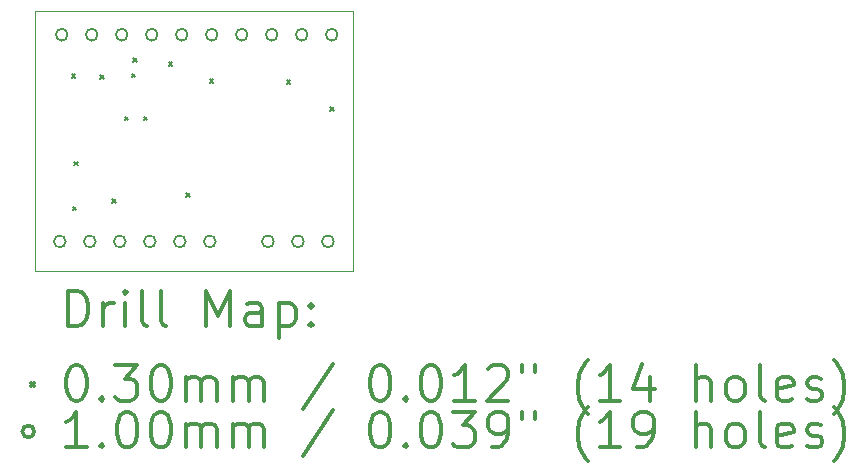
<source format=gbr>
%FSLAX45Y45*%
G04 Gerber Fmt 4.5, Leading zero omitted, Abs format (unit mm)*
G04 Created by KiCad (PCBNEW 5.1.2-f72e74a~84~ubuntu18.04.1) date 2019-06-19 15:11:41*
%MOMM*%
%LPD*%
G04 APERTURE LIST*
%ADD10C,0.050000*%
%ADD11C,0.200000*%
%ADD12C,0.300000*%
G04 APERTURE END LIST*
D10*
X19700000Y-8500000D02*
X19700000Y-10600000D01*
X22400000Y-8500000D02*
X19700000Y-8500000D01*
X22400000Y-10700000D02*
X22400000Y-8500000D01*
X19700000Y-10700000D02*
X22400000Y-10700000D01*
X19700000Y-10600000D02*
X19700000Y-10700000D01*
D11*
X20015000Y-9035000D02*
X20045000Y-9065000D01*
X20045000Y-9035000D02*
X20015000Y-9065000D01*
X20023500Y-10156500D02*
X20053500Y-10186500D01*
X20053500Y-10156500D02*
X20023500Y-10186500D01*
X20035500Y-9775500D02*
X20065500Y-9805500D01*
X20065500Y-9775500D02*
X20035500Y-9805500D01*
X20255000Y-9044998D02*
X20285000Y-9074998D01*
X20285000Y-9044998D02*
X20255000Y-9074998D01*
X20355800Y-10094200D02*
X20385800Y-10124200D01*
X20385800Y-10094200D02*
X20355800Y-10124200D01*
X20465000Y-9395000D02*
X20495000Y-9425000D01*
X20495000Y-9395000D02*
X20465000Y-9425000D01*
X20524000Y-9029000D02*
X20554000Y-9059000D01*
X20554000Y-9029000D02*
X20524000Y-9059000D01*
X20535000Y-8900001D02*
X20565000Y-8930001D01*
X20565000Y-8900001D02*
X20535000Y-8930001D01*
X20625500Y-9394500D02*
X20655500Y-9424500D01*
X20655500Y-9394500D02*
X20625500Y-9424500D01*
X20836000Y-8933000D02*
X20866000Y-8963000D01*
X20866000Y-8933000D02*
X20836000Y-8963000D01*
X20985000Y-10042500D02*
X21015000Y-10072500D01*
X21015000Y-10042500D02*
X20985000Y-10072500D01*
X21185000Y-9075000D02*
X21215000Y-9105000D01*
X21215000Y-9075000D02*
X21185000Y-9105000D01*
X21835000Y-9085000D02*
X21865000Y-9115000D01*
X21865000Y-9085000D02*
X21835000Y-9115000D01*
X22205000Y-9315000D02*
X22235000Y-9345000D01*
X22235000Y-9315000D02*
X22205000Y-9345000D01*
X21726000Y-10450000D02*
G75*
G03X21726000Y-10450000I-50000J0D01*
G01*
X21980000Y-10450000D02*
G75*
G03X21980000Y-10450000I-50000J0D01*
G01*
X22234000Y-10450000D02*
G75*
G03X22234000Y-10450000I-50000J0D01*
G01*
X19964000Y-10450000D02*
G75*
G03X19964000Y-10450000I-50000J0D01*
G01*
X20218000Y-10450000D02*
G75*
G03X20218000Y-10450000I-50000J0D01*
G01*
X20472000Y-10450000D02*
G75*
G03X20472000Y-10450000I-50000J0D01*
G01*
X20726000Y-10450000D02*
G75*
G03X20726000Y-10450000I-50000J0D01*
G01*
X20980000Y-10450000D02*
G75*
G03X20980000Y-10450000I-50000J0D01*
G01*
X21234000Y-10450000D02*
G75*
G03X21234000Y-10450000I-50000J0D01*
G01*
X19980000Y-8700000D02*
G75*
G03X19980000Y-8700000I-50000J0D01*
G01*
X20234000Y-8700000D02*
G75*
G03X20234000Y-8700000I-50000J0D01*
G01*
X20488000Y-8700000D02*
G75*
G03X20488000Y-8700000I-50000J0D01*
G01*
X20742000Y-8700000D02*
G75*
G03X20742000Y-8700000I-50000J0D01*
G01*
X20996000Y-8700000D02*
G75*
G03X20996000Y-8700000I-50000J0D01*
G01*
X21250000Y-8700000D02*
G75*
G03X21250000Y-8700000I-50000J0D01*
G01*
X21504000Y-8700000D02*
G75*
G03X21504000Y-8700000I-50000J0D01*
G01*
X21758000Y-8700000D02*
G75*
G03X21758000Y-8700000I-50000J0D01*
G01*
X22012000Y-8700000D02*
G75*
G03X22012000Y-8700000I-50000J0D01*
G01*
X22266000Y-8700000D02*
G75*
G03X22266000Y-8700000I-50000J0D01*
G01*
D12*
X19983928Y-11168214D02*
X19983928Y-10868214D01*
X20055357Y-10868214D01*
X20098214Y-10882500D01*
X20126786Y-10911072D01*
X20141071Y-10939643D01*
X20155357Y-10996786D01*
X20155357Y-11039643D01*
X20141071Y-11096786D01*
X20126786Y-11125357D01*
X20098214Y-11153929D01*
X20055357Y-11168214D01*
X19983928Y-11168214D01*
X20283928Y-11168214D02*
X20283928Y-10968214D01*
X20283928Y-11025357D02*
X20298214Y-10996786D01*
X20312500Y-10982500D01*
X20341071Y-10968214D01*
X20369643Y-10968214D01*
X20469643Y-11168214D02*
X20469643Y-10968214D01*
X20469643Y-10868214D02*
X20455357Y-10882500D01*
X20469643Y-10896786D01*
X20483928Y-10882500D01*
X20469643Y-10868214D01*
X20469643Y-10896786D01*
X20655357Y-11168214D02*
X20626786Y-11153929D01*
X20612500Y-11125357D01*
X20612500Y-10868214D01*
X20812500Y-11168214D02*
X20783928Y-11153929D01*
X20769643Y-11125357D01*
X20769643Y-10868214D01*
X21155357Y-11168214D02*
X21155357Y-10868214D01*
X21255357Y-11082500D01*
X21355357Y-10868214D01*
X21355357Y-11168214D01*
X21626786Y-11168214D02*
X21626786Y-11011072D01*
X21612500Y-10982500D01*
X21583928Y-10968214D01*
X21526786Y-10968214D01*
X21498214Y-10982500D01*
X21626786Y-11153929D02*
X21598214Y-11168214D01*
X21526786Y-11168214D01*
X21498214Y-11153929D01*
X21483928Y-11125357D01*
X21483928Y-11096786D01*
X21498214Y-11068214D01*
X21526786Y-11053929D01*
X21598214Y-11053929D01*
X21626786Y-11039643D01*
X21769643Y-10968214D02*
X21769643Y-11268214D01*
X21769643Y-10982500D02*
X21798214Y-10968214D01*
X21855357Y-10968214D01*
X21883928Y-10982500D01*
X21898214Y-10996786D01*
X21912500Y-11025357D01*
X21912500Y-11111072D01*
X21898214Y-11139643D01*
X21883928Y-11153929D01*
X21855357Y-11168214D01*
X21798214Y-11168214D01*
X21769643Y-11153929D01*
X22041071Y-11139643D02*
X22055357Y-11153929D01*
X22041071Y-11168214D01*
X22026786Y-11153929D01*
X22041071Y-11139643D01*
X22041071Y-11168214D01*
X22041071Y-10982500D02*
X22055357Y-10996786D01*
X22041071Y-11011072D01*
X22026786Y-10996786D01*
X22041071Y-10982500D01*
X22041071Y-11011072D01*
X19667500Y-11647500D02*
X19697500Y-11677500D01*
X19697500Y-11647500D02*
X19667500Y-11677500D01*
X20041071Y-11498214D02*
X20069643Y-11498214D01*
X20098214Y-11512500D01*
X20112500Y-11526786D01*
X20126786Y-11555357D01*
X20141071Y-11612500D01*
X20141071Y-11683929D01*
X20126786Y-11741071D01*
X20112500Y-11769643D01*
X20098214Y-11783929D01*
X20069643Y-11798214D01*
X20041071Y-11798214D01*
X20012500Y-11783929D01*
X19998214Y-11769643D01*
X19983928Y-11741071D01*
X19969643Y-11683929D01*
X19969643Y-11612500D01*
X19983928Y-11555357D01*
X19998214Y-11526786D01*
X20012500Y-11512500D01*
X20041071Y-11498214D01*
X20269643Y-11769643D02*
X20283928Y-11783929D01*
X20269643Y-11798214D01*
X20255357Y-11783929D01*
X20269643Y-11769643D01*
X20269643Y-11798214D01*
X20383928Y-11498214D02*
X20569643Y-11498214D01*
X20469643Y-11612500D01*
X20512500Y-11612500D01*
X20541071Y-11626786D01*
X20555357Y-11641071D01*
X20569643Y-11669643D01*
X20569643Y-11741071D01*
X20555357Y-11769643D01*
X20541071Y-11783929D01*
X20512500Y-11798214D01*
X20426786Y-11798214D01*
X20398214Y-11783929D01*
X20383928Y-11769643D01*
X20755357Y-11498214D02*
X20783928Y-11498214D01*
X20812500Y-11512500D01*
X20826786Y-11526786D01*
X20841071Y-11555357D01*
X20855357Y-11612500D01*
X20855357Y-11683929D01*
X20841071Y-11741071D01*
X20826786Y-11769643D01*
X20812500Y-11783929D01*
X20783928Y-11798214D01*
X20755357Y-11798214D01*
X20726786Y-11783929D01*
X20712500Y-11769643D01*
X20698214Y-11741071D01*
X20683928Y-11683929D01*
X20683928Y-11612500D01*
X20698214Y-11555357D01*
X20712500Y-11526786D01*
X20726786Y-11512500D01*
X20755357Y-11498214D01*
X20983928Y-11798214D02*
X20983928Y-11598214D01*
X20983928Y-11626786D02*
X20998214Y-11612500D01*
X21026786Y-11598214D01*
X21069643Y-11598214D01*
X21098214Y-11612500D01*
X21112500Y-11641071D01*
X21112500Y-11798214D01*
X21112500Y-11641071D02*
X21126786Y-11612500D01*
X21155357Y-11598214D01*
X21198214Y-11598214D01*
X21226786Y-11612500D01*
X21241071Y-11641071D01*
X21241071Y-11798214D01*
X21383928Y-11798214D02*
X21383928Y-11598214D01*
X21383928Y-11626786D02*
X21398214Y-11612500D01*
X21426786Y-11598214D01*
X21469643Y-11598214D01*
X21498214Y-11612500D01*
X21512500Y-11641071D01*
X21512500Y-11798214D01*
X21512500Y-11641071D02*
X21526786Y-11612500D01*
X21555357Y-11598214D01*
X21598214Y-11598214D01*
X21626786Y-11612500D01*
X21641071Y-11641071D01*
X21641071Y-11798214D01*
X22226786Y-11483929D02*
X21969643Y-11869643D01*
X22612500Y-11498214D02*
X22641071Y-11498214D01*
X22669643Y-11512500D01*
X22683928Y-11526786D01*
X22698214Y-11555357D01*
X22712500Y-11612500D01*
X22712500Y-11683929D01*
X22698214Y-11741071D01*
X22683928Y-11769643D01*
X22669643Y-11783929D01*
X22641071Y-11798214D01*
X22612500Y-11798214D01*
X22583928Y-11783929D01*
X22569643Y-11769643D01*
X22555357Y-11741071D01*
X22541071Y-11683929D01*
X22541071Y-11612500D01*
X22555357Y-11555357D01*
X22569643Y-11526786D01*
X22583928Y-11512500D01*
X22612500Y-11498214D01*
X22841071Y-11769643D02*
X22855357Y-11783929D01*
X22841071Y-11798214D01*
X22826786Y-11783929D01*
X22841071Y-11769643D01*
X22841071Y-11798214D01*
X23041071Y-11498214D02*
X23069643Y-11498214D01*
X23098214Y-11512500D01*
X23112500Y-11526786D01*
X23126786Y-11555357D01*
X23141071Y-11612500D01*
X23141071Y-11683929D01*
X23126786Y-11741071D01*
X23112500Y-11769643D01*
X23098214Y-11783929D01*
X23069643Y-11798214D01*
X23041071Y-11798214D01*
X23012500Y-11783929D01*
X22998214Y-11769643D01*
X22983928Y-11741071D01*
X22969643Y-11683929D01*
X22969643Y-11612500D01*
X22983928Y-11555357D01*
X22998214Y-11526786D01*
X23012500Y-11512500D01*
X23041071Y-11498214D01*
X23426786Y-11798214D02*
X23255357Y-11798214D01*
X23341071Y-11798214D02*
X23341071Y-11498214D01*
X23312500Y-11541071D01*
X23283928Y-11569643D01*
X23255357Y-11583929D01*
X23541071Y-11526786D02*
X23555357Y-11512500D01*
X23583928Y-11498214D01*
X23655357Y-11498214D01*
X23683928Y-11512500D01*
X23698214Y-11526786D01*
X23712500Y-11555357D01*
X23712500Y-11583929D01*
X23698214Y-11626786D01*
X23526786Y-11798214D01*
X23712500Y-11798214D01*
X23826786Y-11498214D02*
X23826786Y-11555357D01*
X23941071Y-11498214D02*
X23941071Y-11555357D01*
X24383928Y-11912500D02*
X24369643Y-11898214D01*
X24341071Y-11855357D01*
X24326786Y-11826786D01*
X24312500Y-11783929D01*
X24298214Y-11712500D01*
X24298214Y-11655357D01*
X24312500Y-11583929D01*
X24326786Y-11541071D01*
X24341071Y-11512500D01*
X24369643Y-11469643D01*
X24383928Y-11455357D01*
X24655357Y-11798214D02*
X24483928Y-11798214D01*
X24569643Y-11798214D02*
X24569643Y-11498214D01*
X24541071Y-11541071D01*
X24512500Y-11569643D01*
X24483928Y-11583929D01*
X24912500Y-11598214D02*
X24912500Y-11798214D01*
X24841071Y-11483929D02*
X24769643Y-11698214D01*
X24955357Y-11698214D01*
X25298214Y-11798214D02*
X25298214Y-11498214D01*
X25426786Y-11798214D02*
X25426786Y-11641071D01*
X25412500Y-11612500D01*
X25383928Y-11598214D01*
X25341071Y-11598214D01*
X25312500Y-11612500D01*
X25298214Y-11626786D01*
X25612500Y-11798214D02*
X25583928Y-11783929D01*
X25569643Y-11769643D01*
X25555357Y-11741071D01*
X25555357Y-11655357D01*
X25569643Y-11626786D01*
X25583928Y-11612500D01*
X25612500Y-11598214D01*
X25655357Y-11598214D01*
X25683928Y-11612500D01*
X25698214Y-11626786D01*
X25712500Y-11655357D01*
X25712500Y-11741071D01*
X25698214Y-11769643D01*
X25683928Y-11783929D01*
X25655357Y-11798214D01*
X25612500Y-11798214D01*
X25883928Y-11798214D02*
X25855357Y-11783929D01*
X25841071Y-11755357D01*
X25841071Y-11498214D01*
X26112500Y-11783929D02*
X26083928Y-11798214D01*
X26026786Y-11798214D01*
X25998214Y-11783929D01*
X25983928Y-11755357D01*
X25983928Y-11641071D01*
X25998214Y-11612500D01*
X26026786Y-11598214D01*
X26083928Y-11598214D01*
X26112500Y-11612500D01*
X26126786Y-11641071D01*
X26126786Y-11669643D01*
X25983928Y-11698214D01*
X26241071Y-11783929D02*
X26269643Y-11798214D01*
X26326786Y-11798214D01*
X26355357Y-11783929D01*
X26369643Y-11755357D01*
X26369643Y-11741071D01*
X26355357Y-11712500D01*
X26326786Y-11698214D01*
X26283928Y-11698214D01*
X26255357Y-11683929D01*
X26241071Y-11655357D01*
X26241071Y-11641071D01*
X26255357Y-11612500D01*
X26283928Y-11598214D01*
X26326786Y-11598214D01*
X26355357Y-11612500D01*
X26469643Y-11912500D02*
X26483928Y-11898214D01*
X26512500Y-11855357D01*
X26526786Y-11826786D01*
X26541071Y-11783929D01*
X26555357Y-11712500D01*
X26555357Y-11655357D01*
X26541071Y-11583929D01*
X26526786Y-11541071D01*
X26512500Y-11512500D01*
X26483928Y-11469643D01*
X26469643Y-11455357D01*
X19697500Y-12058500D02*
G75*
G03X19697500Y-12058500I-50000J0D01*
G01*
X20141071Y-12194214D02*
X19969643Y-12194214D01*
X20055357Y-12194214D02*
X20055357Y-11894214D01*
X20026786Y-11937071D01*
X19998214Y-11965643D01*
X19969643Y-11979929D01*
X20269643Y-12165643D02*
X20283928Y-12179929D01*
X20269643Y-12194214D01*
X20255357Y-12179929D01*
X20269643Y-12165643D01*
X20269643Y-12194214D01*
X20469643Y-11894214D02*
X20498214Y-11894214D01*
X20526786Y-11908500D01*
X20541071Y-11922786D01*
X20555357Y-11951357D01*
X20569643Y-12008500D01*
X20569643Y-12079929D01*
X20555357Y-12137071D01*
X20541071Y-12165643D01*
X20526786Y-12179929D01*
X20498214Y-12194214D01*
X20469643Y-12194214D01*
X20441071Y-12179929D01*
X20426786Y-12165643D01*
X20412500Y-12137071D01*
X20398214Y-12079929D01*
X20398214Y-12008500D01*
X20412500Y-11951357D01*
X20426786Y-11922786D01*
X20441071Y-11908500D01*
X20469643Y-11894214D01*
X20755357Y-11894214D02*
X20783928Y-11894214D01*
X20812500Y-11908500D01*
X20826786Y-11922786D01*
X20841071Y-11951357D01*
X20855357Y-12008500D01*
X20855357Y-12079929D01*
X20841071Y-12137071D01*
X20826786Y-12165643D01*
X20812500Y-12179929D01*
X20783928Y-12194214D01*
X20755357Y-12194214D01*
X20726786Y-12179929D01*
X20712500Y-12165643D01*
X20698214Y-12137071D01*
X20683928Y-12079929D01*
X20683928Y-12008500D01*
X20698214Y-11951357D01*
X20712500Y-11922786D01*
X20726786Y-11908500D01*
X20755357Y-11894214D01*
X20983928Y-12194214D02*
X20983928Y-11994214D01*
X20983928Y-12022786D02*
X20998214Y-12008500D01*
X21026786Y-11994214D01*
X21069643Y-11994214D01*
X21098214Y-12008500D01*
X21112500Y-12037071D01*
X21112500Y-12194214D01*
X21112500Y-12037071D02*
X21126786Y-12008500D01*
X21155357Y-11994214D01*
X21198214Y-11994214D01*
X21226786Y-12008500D01*
X21241071Y-12037071D01*
X21241071Y-12194214D01*
X21383928Y-12194214D02*
X21383928Y-11994214D01*
X21383928Y-12022786D02*
X21398214Y-12008500D01*
X21426786Y-11994214D01*
X21469643Y-11994214D01*
X21498214Y-12008500D01*
X21512500Y-12037071D01*
X21512500Y-12194214D01*
X21512500Y-12037071D02*
X21526786Y-12008500D01*
X21555357Y-11994214D01*
X21598214Y-11994214D01*
X21626786Y-12008500D01*
X21641071Y-12037071D01*
X21641071Y-12194214D01*
X22226786Y-11879929D02*
X21969643Y-12265643D01*
X22612500Y-11894214D02*
X22641071Y-11894214D01*
X22669643Y-11908500D01*
X22683928Y-11922786D01*
X22698214Y-11951357D01*
X22712500Y-12008500D01*
X22712500Y-12079929D01*
X22698214Y-12137071D01*
X22683928Y-12165643D01*
X22669643Y-12179929D01*
X22641071Y-12194214D01*
X22612500Y-12194214D01*
X22583928Y-12179929D01*
X22569643Y-12165643D01*
X22555357Y-12137071D01*
X22541071Y-12079929D01*
X22541071Y-12008500D01*
X22555357Y-11951357D01*
X22569643Y-11922786D01*
X22583928Y-11908500D01*
X22612500Y-11894214D01*
X22841071Y-12165643D02*
X22855357Y-12179929D01*
X22841071Y-12194214D01*
X22826786Y-12179929D01*
X22841071Y-12165643D01*
X22841071Y-12194214D01*
X23041071Y-11894214D02*
X23069643Y-11894214D01*
X23098214Y-11908500D01*
X23112500Y-11922786D01*
X23126786Y-11951357D01*
X23141071Y-12008500D01*
X23141071Y-12079929D01*
X23126786Y-12137071D01*
X23112500Y-12165643D01*
X23098214Y-12179929D01*
X23069643Y-12194214D01*
X23041071Y-12194214D01*
X23012500Y-12179929D01*
X22998214Y-12165643D01*
X22983928Y-12137071D01*
X22969643Y-12079929D01*
X22969643Y-12008500D01*
X22983928Y-11951357D01*
X22998214Y-11922786D01*
X23012500Y-11908500D01*
X23041071Y-11894214D01*
X23241071Y-11894214D02*
X23426786Y-11894214D01*
X23326786Y-12008500D01*
X23369643Y-12008500D01*
X23398214Y-12022786D01*
X23412500Y-12037071D01*
X23426786Y-12065643D01*
X23426786Y-12137071D01*
X23412500Y-12165643D01*
X23398214Y-12179929D01*
X23369643Y-12194214D01*
X23283928Y-12194214D01*
X23255357Y-12179929D01*
X23241071Y-12165643D01*
X23569643Y-12194214D02*
X23626786Y-12194214D01*
X23655357Y-12179929D01*
X23669643Y-12165643D01*
X23698214Y-12122786D01*
X23712500Y-12065643D01*
X23712500Y-11951357D01*
X23698214Y-11922786D01*
X23683928Y-11908500D01*
X23655357Y-11894214D01*
X23598214Y-11894214D01*
X23569643Y-11908500D01*
X23555357Y-11922786D01*
X23541071Y-11951357D01*
X23541071Y-12022786D01*
X23555357Y-12051357D01*
X23569643Y-12065643D01*
X23598214Y-12079929D01*
X23655357Y-12079929D01*
X23683928Y-12065643D01*
X23698214Y-12051357D01*
X23712500Y-12022786D01*
X23826786Y-11894214D02*
X23826786Y-11951357D01*
X23941071Y-11894214D02*
X23941071Y-11951357D01*
X24383928Y-12308500D02*
X24369643Y-12294214D01*
X24341071Y-12251357D01*
X24326786Y-12222786D01*
X24312500Y-12179929D01*
X24298214Y-12108500D01*
X24298214Y-12051357D01*
X24312500Y-11979929D01*
X24326786Y-11937071D01*
X24341071Y-11908500D01*
X24369643Y-11865643D01*
X24383928Y-11851357D01*
X24655357Y-12194214D02*
X24483928Y-12194214D01*
X24569643Y-12194214D02*
X24569643Y-11894214D01*
X24541071Y-11937071D01*
X24512500Y-11965643D01*
X24483928Y-11979929D01*
X24798214Y-12194214D02*
X24855357Y-12194214D01*
X24883928Y-12179929D01*
X24898214Y-12165643D01*
X24926786Y-12122786D01*
X24941071Y-12065643D01*
X24941071Y-11951357D01*
X24926786Y-11922786D01*
X24912500Y-11908500D01*
X24883928Y-11894214D01*
X24826786Y-11894214D01*
X24798214Y-11908500D01*
X24783928Y-11922786D01*
X24769643Y-11951357D01*
X24769643Y-12022786D01*
X24783928Y-12051357D01*
X24798214Y-12065643D01*
X24826786Y-12079929D01*
X24883928Y-12079929D01*
X24912500Y-12065643D01*
X24926786Y-12051357D01*
X24941071Y-12022786D01*
X25298214Y-12194214D02*
X25298214Y-11894214D01*
X25426786Y-12194214D02*
X25426786Y-12037071D01*
X25412500Y-12008500D01*
X25383928Y-11994214D01*
X25341071Y-11994214D01*
X25312500Y-12008500D01*
X25298214Y-12022786D01*
X25612500Y-12194214D02*
X25583928Y-12179929D01*
X25569643Y-12165643D01*
X25555357Y-12137071D01*
X25555357Y-12051357D01*
X25569643Y-12022786D01*
X25583928Y-12008500D01*
X25612500Y-11994214D01*
X25655357Y-11994214D01*
X25683928Y-12008500D01*
X25698214Y-12022786D01*
X25712500Y-12051357D01*
X25712500Y-12137071D01*
X25698214Y-12165643D01*
X25683928Y-12179929D01*
X25655357Y-12194214D01*
X25612500Y-12194214D01*
X25883928Y-12194214D02*
X25855357Y-12179929D01*
X25841071Y-12151357D01*
X25841071Y-11894214D01*
X26112500Y-12179929D02*
X26083928Y-12194214D01*
X26026786Y-12194214D01*
X25998214Y-12179929D01*
X25983928Y-12151357D01*
X25983928Y-12037071D01*
X25998214Y-12008500D01*
X26026786Y-11994214D01*
X26083928Y-11994214D01*
X26112500Y-12008500D01*
X26126786Y-12037071D01*
X26126786Y-12065643D01*
X25983928Y-12094214D01*
X26241071Y-12179929D02*
X26269643Y-12194214D01*
X26326786Y-12194214D01*
X26355357Y-12179929D01*
X26369643Y-12151357D01*
X26369643Y-12137071D01*
X26355357Y-12108500D01*
X26326786Y-12094214D01*
X26283928Y-12094214D01*
X26255357Y-12079929D01*
X26241071Y-12051357D01*
X26241071Y-12037071D01*
X26255357Y-12008500D01*
X26283928Y-11994214D01*
X26326786Y-11994214D01*
X26355357Y-12008500D01*
X26469643Y-12308500D02*
X26483928Y-12294214D01*
X26512500Y-12251357D01*
X26526786Y-12222786D01*
X26541071Y-12179929D01*
X26555357Y-12108500D01*
X26555357Y-12051357D01*
X26541071Y-11979929D01*
X26526786Y-11937071D01*
X26512500Y-11908500D01*
X26483928Y-11865643D01*
X26469643Y-11851357D01*
M02*

</source>
